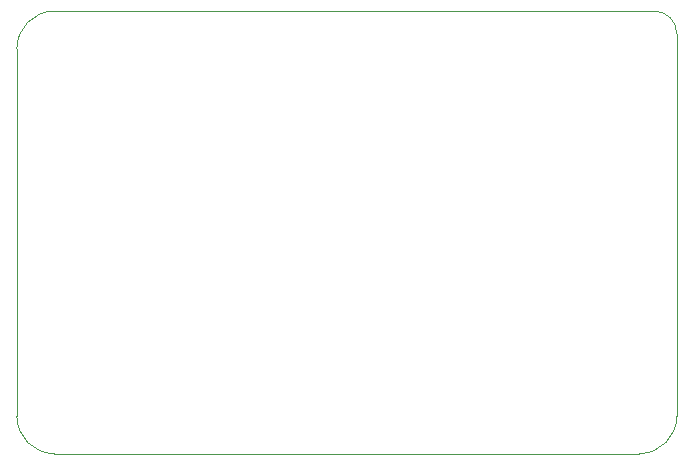
<source format=gbr>
%TF.GenerationSoftware,KiCad,Pcbnew,5.1.10*%
%TF.CreationDate,2021-06-23T21:46:23+08:00*%
%TF.ProjectId,simplefoc,73696d70-6c65-4666-9f63-2e6b69636164,rev?*%
%TF.SameCoordinates,Original*%
%TF.FileFunction,Profile,NP*%
%FSLAX46Y46*%
G04 Gerber Fmt 4.6, Leading zero omitted, Abs format (unit mm)*
G04 Created by KiCad (PCBNEW 5.1.10) date 2021-06-23 21:46:23*
%MOMM*%
%LPD*%
G01*
G04 APERTURE LIST*
%TA.AperFunction,Profile*%
%ADD10C,0.050000*%
%TD*%
G04 APERTURE END LIST*
D10*
X-85090000Y282575000D02*
X-85090000Y250190000D01*
X-137795000Y284480000D02*
X-86995000Y284480000D01*
X-86995000Y284480000D02*
G75*
G02*
X-85090000Y282575000I0J-1905000D01*
G01*
X-140970000Y250190000D02*
X-140970000Y281305000D01*
X-88265000Y247015000D02*
X-137795000Y247015000D01*
X-85090000Y250190000D02*
G75*
G02*
X-88265000Y247015000I-3175000J0D01*
G01*
X-140970000Y281305000D02*
G75*
G02*
X-137795000Y284480000I3175000J0D01*
G01*
X-137795000Y247015000D02*
G75*
G02*
X-140970000Y250190000I0J3175000D01*
G01*
M02*

</source>
